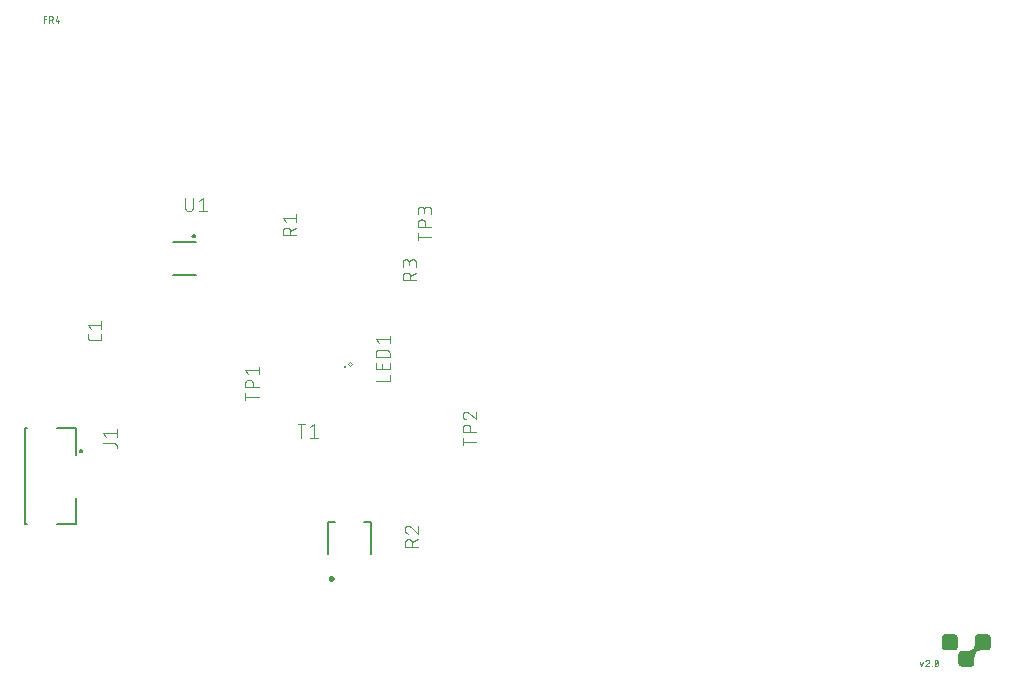
<source format=gbr>
G04 EAGLE Gerber RS-274X export*
G75*
%MOMM*%
%FSLAX34Y34*%
%LPD*%
%INSilkscreen Top*%
%IPPOS*%
%AMOC8*
5,1,8,0,0,1.08239X$1,22.5*%
G01*
%ADD10C,0.076200*%
%ADD11C,0.200000*%
%ADD12C,0.127000*%
%ADD13C,0.101600*%
%ADD14C,0.240000*%
%ADD15C,0.063400*%
%ADD16C,0.250000*%

G36*
X805511Y10135D02*
X805511Y10135D01*
X805540Y10133D01*
X806197Y10220D01*
X806233Y10233D01*
X806293Y10245D01*
X806906Y10499D01*
X806936Y10521D01*
X806991Y10549D01*
X807518Y10952D01*
X807542Y10982D01*
X807588Y11022D01*
X807991Y11549D01*
X808007Y11583D01*
X808041Y11635D01*
X808295Y12247D01*
X808301Y12285D01*
X808319Y12338D01*
X808319Y12339D01*
X808320Y12343D01*
X808407Y13000D01*
X808405Y13022D01*
X808410Y13050D01*
X808410Y18111D01*
X808527Y19294D01*
X808866Y20414D01*
X809418Y21446D01*
X810160Y22350D01*
X811064Y23092D01*
X812096Y23644D01*
X813216Y23983D01*
X814399Y24100D01*
X819460Y24100D01*
X819481Y24105D01*
X819510Y24103D01*
X820167Y24190D01*
X820203Y24203D01*
X820263Y24215D01*
X820876Y24469D01*
X820906Y24491D01*
X820961Y24519D01*
X821488Y24922D01*
X821512Y24952D01*
X821558Y24992D01*
X821961Y25519D01*
X821977Y25553D01*
X822011Y25605D01*
X822265Y26217D01*
X822271Y26255D01*
X822290Y26313D01*
X822377Y26970D01*
X822375Y26992D01*
X822380Y27020D01*
X822380Y34640D01*
X822375Y34661D01*
X822377Y34690D01*
X822290Y35347D01*
X822277Y35383D01*
X822265Y35443D01*
X822011Y36056D01*
X821989Y36086D01*
X821961Y36141D01*
X821558Y36668D01*
X821528Y36692D01*
X821488Y36738D01*
X820961Y37141D01*
X820927Y37157D01*
X820876Y37191D01*
X820263Y37445D01*
X820226Y37451D01*
X820167Y37470D01*
X819510Y37557D01*
X819488Y37555D01*
X819460Y37560D01*
X811840Y37560D01*
X811819Y37555D01*
X811790Y37557D01*
X811133Y37470D01*
X811097Y37457D01*
X811037Y37445D01*
X810425Y37191D01*
X810394Y37169D01*
X810339Y37141D01*
X809812Y36738D01*
X809788Y36708D01*
X809742Y36668D01*
X809339Y36141D01*
X809323Y36107D01*
X809289Y36056D01*
X809035Y35443D01*
X809029Y35406D01*
X809010Y35347D01*
X808923Y34690D01*
X808925Y34668D01*
X808920Y34640D01*
X808920Y29579D01*
X808803Y28396D01*
X808464Y27276D01*
X807912Y26244D01*
X807170Y25340D01*
X806266Y24598D01*
X805234Y24046D01*
X804114Y23707D01*
X802931Y23590D01*
X797870Y23590D01*
X797849Y23585D01*
X797820Y23587D01*
X797163Y23500D01*
X797127Y23487D01*
X797067Y23475D01*
X796455Y23221D01*
X796424Y23199D01*
X796369Y23171D01*
X795842Y22768D01*
X795818Y22738D01*
X795772Y22698D01*
X795369Y22171D01*
X795353Y22137D01*
X795319Y22086D01*
X795065Y21473D01*
X795059Y21436D01*
X795040Y21377D01*
X794953Y20720D01*
X794955Y20698D01*
X794950Y20670D01*
X794950Y13050D01*
X794955Y13029D01*
X794953Y13000D01*
X795040Y12343D01*
X795047Y12323D01*
X795047Y12311D01*
X795055Y12296D01*
X795065Y12247D01*
X795319Y11635D01*
X795341Y11604D01*
X795369Y11549D01*
X795772Y11022D01*
X795777Y11019D01*
X795777Y11018D01*
X795784Y11013D01*
X795802Y10998D01*
X795842Y10952D01*
X796369Y10549D01*
X796403Y10533D01*
X796455Y10499D01*
X797067Y10245D01*
X797105Y10239D01*
X797163Y10220D01*
X797820Y10133D01*
X797842Y10135D01*
X797870Y10130D01*
X805490Y10130D01*
X805511Y10135D01*
G37*
G36*
X791541Y24105D02*
X791541Y24105D01*
X791570Y24103D01*
X792227Y24190D01*
X792263Y24203D01*
X792323Y24215D01*
X792936Y24469D01*
X792966Y24491D01*
X793021Y24519D01*
X793548Y24922D01*
X793572Y24952D01*
X793618Y24992D01*
X794021Y25519D01*
X794037Y25553D01*
X794071Y25605D01*
X794325Y26217D01*
X794331Y26255D01*
X794349Y26307D01*
X794349Y26309D01*
X794350Y26313D01*
X794437Y26970D01*
X794435Y26992D01*
X794440Y27020D01*
X794440Y34640D01*
X794435Y34661D01*
X794437Y34690D01*
X794350Y35347D01*
X794337Y35383D01*
X794325Y35443D01*
X794071Y36056D01*
X794049Y36086D01*
X794021Y36141D01*
X793618Y36668D01*
X793588Y36692D01*
X793548Y36738D01*
X793021Y37141D01*
X792987Y37157D01*
X792936Y37191D01*
X792323Y37445D01*
X792286Y37451D01*
X792227Y37470D01*
X791570Y37557D01*
X791548Y37555D01*
X791520Y37560D01*
X783900Y37560D01*
X783879Y37555D01*
X783850Y37557D01*
X783193Y37470D01*
X783157Y37457D01*
X783097Y37445D01*
X782485Y37191D01*
X782454Y37169D01*
X782399Y37141D01*
X781872Y36738D01*
X781848Y36708D01*
X781802Y36668D01*
X781399Y36141D01*
X781383Y36107D01*
X781349Y36056D01*
X781095Y35443D01*
X781089Y35406D01*
X781070Y35347D01*
X780983Y34690D01*
X780985Y34668D01*
X780980Y34640D01*
X780980Y27020D01*
X780985Y26999D01*
X780983Y26970D01*
X781070Y26313D01*
X781077Y26293D01*
X781077Y26281D01*
X781085Y26266D01*
X781095Y26217D01*
X781349Y25605D01*
X781371Y25574D01*
X781399Y25519D01*
X781802Y24992D01*
X781807Y24989D01*
X781807Y24988D01*
X781814Y24983D01*
X781832Y24968D01*
X781872Y24922D01*
X782399Y24519D01*
X782433Y24503D01*
X782485Y24469D01*
X783097Y24215D01*
X783135Y24209D01*
X783193Y24190D01*
X783850Y24103D01*
X783872Y24105D01*
X783900Y24100D01*
X791520Y24100D01*
X791541Y24105D01*
G37*
D10*
X762381Y13937D02*
X763566Y10381D01*
X764752Y13937D01*
X768652Y15715D02*
X768724Y15713D01*
X768796Y15707D01*
X768868Y15697D01*
X768939Y15684D01*
X769009Y15666D01*
X769078Y15645D01*
X769146Y15620D01*
X769212Y15592D01*
X769277Y15560D01*
X769340Y15524D01*
X769401Y15485D01*
X769459Y15443D01*
X769516Y15398D01*
X769569Y15349D01*
X769620Y15298D01*
X769669Y15245D01*
X769714Y15188D01*
X769756Y15130D01*
X769795Y15069D01*
X769831Y15006D01*
X769863Y14941D01*
X769891Y14875D01*
X769916Y14807D01*
X769937Y14738D01*
X769955Y14668D01*
X769968Y14597D01*
X769978Y14525D01*
X769984Y14453D01*
X769986Y14381D01*
X768652Y15715D02*
X768572Y15713D01*
X768493Y15708D01*
X768413Y15698D01*
X768335Y15685D01*
X768257Y15669D01*
X768179Y15649D01*
X768103Y15625D01*
X768028Y15597D01*
X767955Y15567D01*
X767883Y15533D01*
X767812Y15495D01*
X767744Y15454D01*
X767677Y15410D01*
X767612Y15364D01*
X767550Y15314D01*
X767490Y15261D01*
X767433Y15205D01*
X767378Y15147D01*
X767326Y15087D01*
X767277Y15024D01*
X767231Y14959D01*
X767188Y14892D01*
X767148Y14823D01*
X767112Y14752D01*
X767078Y14679D01*
X767049Y14605D01*
X767022Y14530D01*
X769541Y13344D02*
X769592Y13395D01*
X769640Y13449D01*
X769686Y13505D01*
X769729Y13564D01*
X769769Y13624D01*
X769805Y13687D01*
X769839Y13751D01*
X769869Y13817D01*
X769896Y13884D01*
X769919Y13953D01*
X769939Y14022D01*
X769956Y14093D01*
X769969Y14164D01*
X769978Y14236D01*
X769983Y14309D01*
X769985Y14381D01*
X769541Y13344D02*
X767022Y10381D01*
X769986Y10381D01*
X772196Y10381D02*
X772196Y10677D01*
X772493Y10677D01*
X772493Y10381D01*
X772196Y10381D01*
X774703Y13048D02*
X774705Y13173D01*
X774710Y13297D01*
X774719Y13421D01*
X774731Y13545D01*
X774747Y13669D01*
X774766Y13792D01*
X774789Y13915D01*
X774816Y14037D01*
X774845Y14158D01*
X774878Y14278D01*
X774915Y14397D01*
X774955Y14515D01*
X774998Y14632D01*
X775045Y14747D01*
X775095Y14862D01*
X775148Y14974D01*
X775171Y15035D01*
X775197Y15094D01*
X775227Y15152D01*
X775260Y15207D01*
X775297Y15261D01*
X775336Y15312D01*
X775378Y15361D01*
X775424Y15407D01*
X775472Y15451D01*
X775522Y15492D01*
X775575Y15529D01*
X775629Y15564D01*
X775686Y15595D01*
X775745Y15623D01*
X775805Y15647D01*
X775866Y15668D01*
X775928Y15685D01*
X775992Y15698D01*
X776056Y15707D01*
X776120Y15713D01*
X776185Y15715D01*
X776250Y15713D01*
X776314Y15707D01*
X776378Y15698D01*
X776442Y15685D01*
X776504Y15668D01*
X776565Y15647D01*
X776625Y15623D01*
X776684Y15595D01*
X776741Y15564D01*
X776795Y15529D01*
X776848Y15492D01*
X776898Y15451D01*
X776946Y15407D01*
X776992Y15361D01*
X777034Y15312D01*
X777073Y15261D01*
X777110Y15207D01*
X777143Y15152D01*
X777173Y15094D01*
X777199Y15035D01*
X777222Y14974D01*
X777275Y14862D01*
X777325Y14747D01*
X777372Y14632D01*
X777415Y14515D01*
X777455Y14397D01*
X777492Y14278D01*
X777525Y14158D01*
X777554Y14037D01*
X777581Y13915D01*
X777604Y13792D01*
X777623Y13669D01*
X777639Y13545D01*
X777651Y13421D01*
X777660Y13297D01*
X777665Y13173D01*
X777667Y13048D01*
X774703Y13048D02*
X774705Y12923D01*
X774710Y12799D01*
X774719Y12675D01*
X774731Y12551D01*
X774747Y12427D01*
X774766Y12304D01*
X774789Y12181D01*
X774816Y12060D01*
X774845Y11939D01*
X774878Y11818D01*
X774915Y11699D01*
X774955Y11581D01*
X774998Y11464D01*
X775045Y11349D01*
X775095Y11234D01*
X775148Y11122D01*
X775171Y11061D01*
X775197Y11002D01*
X775227Y10944D01*
X775260Y10889D01*
X775297Y10835D01*
X775336Y10784D01*
X775378Y10735D01*
X775424Y10689D01*
X775472Y10645D01*
X775522Y10604D01*
X775575Y10567D01*
X775629Y10532D01*
X775686Y10501D01*
X775745Y10473D01*
X775805Y10449D01*
X775866Y10428D01*
X775928Y10411D01*
X775992Y10398D01*
X776056Y10389D01*
X776120Y10383D01*
X776185Y10381D01*
X777222Y11122D02*
X777275Y11234D01*
X777325Y11349D01*
X777372Y11464D01*
X777415Y11581D01*
X777455Y11699D01*
X777492Y11818D01*
X777525Y11939D01*
X777554Y12060D01*
X777581Y12181D01*
X777604Y12304D01*
X777623Y12427D01*
X777639Y12551D01*
X777651Y12675D01*
X777660Y12799D01*
X777665Y12923D01*
X777667Y13048D01*
X777222Y11122D02*
X777199Y11061D01*
X777173Y11002D01*
X777143Y10944D01*
X777110Y10889D01*
X777073Y10835D01*
X777034Y10784D01*
X776992Y10735D01*
X776946Y10689D01*
X776898Y10645D01*
X776848Y10604D01*
X776795Y10567D01*
X776741Y10532D01*
X776684Y10501D01*
X776625Y10473D01*
X776565Y10449D01*
X776504Y10428D01*
X776442Y10411D01*
X776378Y10398D01*
X776314Y10389D01*
X776250Y10383D01*
X776185Y10381D01*
X775000Y11566D02*
X777370Y14530D01*
X20381Y555333D02*
X20381Y560667D01*
X22752Y560667D01*
X22752Y558296D02*
X20381Y558296D01*
X25167Y560667D02*
X25167Y555333D01*
X25167Y560667D02*
X26649Y560667D01*
X26725Y560665D01*
X26801Y560659D01*
X26877Y560649D01*
X26952Y560636D01*
X27026Y560618D01*
X27100Y560597D01*
X27172Y560572D01*
X27242Y560543D01*
X27312Y560511D01*
X27379Y560475D01*
X27444Y560435D01*
X27508Y560393D01*
X27569Y560347D01*
X27627Y560298D01*
X27683Y560246D01*
X27737Y560192D01*
X27787Y560134D01*
X27834Y560075D01*
X27879Y560012D01*
X27920Y559948D01*
X27957Y559882D01*
X27991Y559813D01*
X28022Y559743D01*
X28049Y559672D01*
X28072Y559599D01*
X28091Y559525D01*
X28107Y559451D01*
X28119Y559375D01*
X28127Y559299D01*
X28131Y559223D01*
X28131Y559147D01*
X28127Y559071D01*
X28119Y558995D01*
X28107Y558919D01*
X28091Y558845D01*
X28072Y558771D01*
X28049Y558698D01*
X28022Y558627D01*
X27991Y558557D01*
X27957Y558488D01*
X27920Y558422D01*
X27879Y558358D01*
X27834Y558295D01*
X27787Y558236D01*
X27737Y558178D01*
X27683Y558124D01*
X27627Y558072D01*
X27569Y558023D01*
X27508Y557977D01*
X27444Y557935D01*
X27379Y557895D01*
X27312Y557859D01*
X27242Y557827D01*
X27172Y557798D01*
X27100Y557773D01*
X27026Y557752D01*
X26952Y557734D01*
X26877Y557721D01*
X26801Y557711D01*
X26725Y557705D01*
X26649Y557703D01*
X26649Y557704D02*
X25167Y557704D01*
X26945Y557704D02*
X28131Y555333D01*
X30608Y556518D02*
X31794Y560667D01*
X30608Y556518D02*
X33572Y556518D01*
X32683Y555333D02*
X32683Y557704D01*
D11*
X146398Y374735D02*
X146400Y374798D01*
X146406Y374860D01*
X146416Y374922D01*
X146429Y374984D01*
X146447Y375044D01*
X146468Y375103D01*
X146493Y375161D01*
X146522Y375217D01*
X146554Y375271D01*
X146589Y375323D01*
X146627Y375372D01*
X146669Y375420D01*
X146713Y375464D01*
X146761Y375506D01*
X146810Y375544D01*
X146862Y375579D01*
X146916Y375611D01*
X146972Y375640D01*
X147030Y375665D01*
X147089Y375686D01*
X147149Y375704D01*
X147211Y375717D01*
X147273Y375727D01*
X147335Y375733D01*
X147398Y375735D01*
X147461Y375733D01*
X147523Y375727D01*
X147585Y375717D01*
X147647Y375704D01*
X147707Y375686D01*
X147766Y375665D01*
X147824Y375640D01*
X147880Y375611D01*
X147934Y375579D01*
X147986Y375544D01*
X148035Y375506D01*
X148083Y375464D01*
X148127Y375420D01*
X148169Y375372D01*
X148207Y375323D01*
X148242Y375271D01*
X148274Y375217D01*
X148303Y375161D01*
X148328Y375103D01*
X148349Y375044D01*
X148367Y374984D01*
X148380Y374922D01*
X148390Y374860D01*
X148396Y374798D01*
X148398Y374735D01*
X148396Y374672D01*
X148390Y374610D01*
X148380Y374548D01*
X148367Y374486D01*
X148349Y374426D01*
X148328Y374367D01*
X148303Y374309D01*
X148274Y374253D01*
X148242Y374199D01*
X148207Y374147D01*
X148169Y374098D01*
X148127Y374050D01*
X148083Y374006D01*
X148035Y373964D01*
X147986Y373926D01*
X147934Y373891D01*
X147880Y373859D01*
X147824Y373830D01*
X147766Y373805D01*
X147707Y373784D01*
X147647Y373766D01*
X147585Y373753D01*
X147523Y373743D01*
X147461Y373737D01*
X147398Y373735D01*
X147335Y373737D01*
X147273Y373743D01*
X147211Y373753D01*
X147149Y373766D01*
X147089Y373784D01*
X147030Y373805D01*
X146972Y373830D01*
X146916Y373859D01*
X146862Y373891D01*
X146810Y373926D01*
X146761Y373964D01*
X146713Y374006D01*
X146669Y374050D01*
X146627Y374098D01*
X146589Y374147D01*
X146554Y374199D01*
X146522Y374253D01*
X146493Y374309D01*
X146468Y374367D01*
X146447Y374426D01*
X146429Y374486D01*
X146416Y374548D01*
X146406Y374610D01*
X146400Y374672D01*
X146398Y374735D01*
D12*
X149700Y369300D02*
X129700Y369300D01*
X129700Y341900D02*
X149700Y341900D01*
D13*
X140208Y398724D02*
X140208Y407162D01*
X140208Y398724D02*
X140210Y398611D01*
X140216Y398498D01*
X140226Y398385D01*
X140240Y398272D01*
X140257Y398160D01*
X140279Y398049D01*
X140304Y397939D01*
X140334Y397829D01*
X140367Y397721D01*
X140404Y397614D01*
X140444Y397508D01*
X140489Y397404D01*
X140537Y397301D01*
X140588Y397200D01*
X140643Y397101D01*
X140701Y397004D01*
X140763Y396909D01*
X140828Y396816D01*
X140896Y396726D01*
X140967Y396638D01*
X141042Y396552D01*
X141119Y396469D01*
X141199Y396389D01*
X141282Y396312D01*
X141368Y396237D01*
X141456Y396166D01*
X141546Y396098D01*
X141639Y396033D01*
X141734Y395971D01*
X141831Y395913D01*
X141930Y395858D01*
X142031Y395807D01*
X142134Y395759D01*
X142238Y395714D01*
X142344Y395674D01*
X142451Y395637D01*
X142559Y395604D01*
X142669Y395574D01*
X142779Y395549D01*
X142890Y395527D01*
X143002Y395510D01*
X143115Y395496D01*
X143228Y395486D01*
X143341Y395480D01*
X143454Y395478D01*
X143567Y395480D01*
X143680Y395486D01*
X143793Y395496D01*
X143906Y395510D01*
X144018Y395527D01*
X144129Y395549D01*
X144239Y395574D01*
X144349Y395604D01*
X144457Y395637D01*
X144564Y395674D01*
X144670Y395714D01*
X144774Y395759D01*
X144877Y395807D01*
X144978Y395858D01*
X145077Y395913D01*
X145174Y395971D01*
X145269Y396033D01*
X145362Y396098D01*
X145452Y396166D01*
X145540Y396237D01*
X145626Y396312D01*
X145709Y396389D01*
X145789Y396469D01*
X145866Y396552D01*
X145941Y396638D01*
X146012Y396726D01*
X146080Y396816D01*
X146145Y396909D01*
X146207Y397004D01*
X146265Y397101D01*
X146320Y397200D01*
X146371Y397301D01*
X146419Y397404D01*
X146464Y397508D01*
X146504Y397614D01*
X146541Y397721D01*
X146574Y397829D01*
X146604Y397939D01*
X146629Y398049D01*
X146651Y398160D01*
X146668Y398272D01*
X146682Y398385D01*
X146692Y398498D01*
X146698Y398611D01*
X146700Y398724D01*
X146699Y398724D02*
X146699Y407162D01*
X152019Y404566D02*
X155265Y407162D01*
X155265Y395478D01*
X158510Y395478D02*
X152019Y395478D01*
X222758Y375158D02*
X234442Y375158D01*
X222758Y375158D02*
X222758Y378404D01*
X222760Y378517D01*
X222766Y378630D01*
X222776Y378743D01*
X222790Y378856D01*
X222807Y378968D01*
X222829Y379079D01*
X222854Y379189D01*
X222884Y379299D01*
X222917Y379407D01*
X222954Y379514D01*
X222994Y379620D01*
X223039Y379724D01*
X223087Y379827D01*
X223138Y379928D01*
X223193Y380027D01*
X223251Y380124D01*
X223313Y380219D01*
X223378Y380312D01*
X223446Y380402D01*
X223517Y380490D01*
X223592Y380576D01*
X223669Y380659D01*
X223749Y380739D01*
X223832Y380816D01*
X223918Y380891D01*
X224006Y380962D01*
X224096Y381030D01*
X224189Y381095D01*
X224284Y381157D01*
X224381Y381215D01*
X224480Y381270D01*
X224581Y381321D01*
X224684Y381369D01*
X224788Y381414D01*
X224894Y381454D01*
X225001Y381491D01*
X225109Y381524D01*
X225219Y381554D01*
X225329Y381579D01*
X225440Y381601D01*
X225552Y381618D01*
X225665Y381632D01*
X225778Y381642D01*
X225891Y381648D01*
X226004Y381650D01*
X226117Y381648D01*
X226230Y381642D01*
X226343Y381632D01*
X226456Y381618D01*
X226568Y381601D01*
X226679Y381579D01*
X226789Y381554D01*
X226899Y381524D01*
X227007Y381491D01*
X227114Y381454D01*
X227220Y381414D01*
X227324Y381369D01*
X227427Y381321D01*
X227528Y381270D01*
X227627Y381215D01*
X227724Y381157D01*
X227819Y381095D01*
X227912Y381030D01*
X228002Y380962D01*
X228090Y380891D01*
X228176Y380816D01*
X228259Y380739D01*
X228339Y380659D01*
X228416Y380576D01*
X228491Y380490D01*
X228562Y380402D01*
X228630Y380312D01*
X228695Y380219D01*
X228757Y380124D01*
X228815Y380027D01*
X228870Y379928D01*
X228921Y379827D01*
X228969Y379724D01*
X229014Y379620D01*
X229054Y379514D01*
X229091Y379407D01*
X229124Y379299D01*
X229154Y379189D01*
X229179Y379079D01*
X229201Y378968D01*
X229218Y378856D01*
X229232Y378743D01*
X229242Y378630D01*
X229248Y378517D01*
X229250Y378404D01*
X229249Y378404D02*
X229249Y375158D01*
X229249Y379053D02*
X234442Y381649D01*
X225354Y386514D02*
X222758Y389760D01*
X234442Y389760D01*
X234442Y393005D02*
X234442Y386514D01*
X69342Y291451D02*
X69342Y288854D01*
X69340Y288755D01*
X69334Y288655D01*
X69325Y288556D01*
X69312Y288458D01*
X69295Y288360D01*
X69274Y288262D01*
X69249Y288166D01*
X69221Y288071D01*
X69189Y287977D01*
X69154Y287884D01*
X69115Y287792D01*
X69072Y287702D01*
X69027Y287614D01*
X68977Y287527D01*
X68925Y287443D01*
X68869Y287360D01*
X68811Y287280D01*
X68749Y287202D01*
X68684Y287127D01*
X68616Y287054D01*
X68546Y286984D01*
X68473Y286916D01*
X68398Y286851D01*
X68320Y286789D01*
X68240Y286731D01*
X68157Y286675D01*
X68073Y286623D01*
X67986Y286573D01*
X67898Y286528D01*
X67808Y286485D01*
X67716Y286446D01*
X67623Y286411D01*
X67529Y286379D01*
X67434Y286351D01*
X67338Y286326D01*
X67240Y286305D01*
X67142Y286288D01*
X67044Y286275D01*
X66945Y286266D01*
X66845Y286260D01*
X66746Y286258D01*
X60254Y286258D01*
X60155Y286260D01*
X60055Y286266D01*
X59956Y286275D01*
X59858Y286288D01*
X59760Y286306D01*
X59662Y286326D01*
X59566Y286351D01*
X59470Y286379D01*
X59376Y286411D01*
X59283Y286446D01*
X59192Y286485D01*
X59102Y286528D01*
X59013Y286573D01*
X58927Y286623D01*
X58842Y286675D01*
X58760Y286731D01*
X58680Y286790D01*
X58602Y286851D01*
X58526Y286916D01*
X58453Y286984D01*
X58383Y287054D01*
X58315Y287127D01*
X58250Y287203D01*
X58189Y287281D01*
X58130Y287361D01*
X58074Y287443D01*
X58022Y287528D01*
X57973Y287614D01*
X57927Y287703D01*
X57884Y287793D01*
X57845Y287884D01*
X57810Y287977D01*
X57778Y288071D01*
X57750Y288167D01*
X57725Y288263D01*
X57705Y288361D01*
X57687Y288459D01*
X57674Y288557D01*
X57665Y288656D01*
X57659Y288755D01*
X57657Y288855D01*
X57658Y288854D02*
X57658Y291451D01*
X60254Y295816D02*
X57658Y299062D01*
X69342Y299062D01*
X69342Y302307D02*
X69342Y295816D01*
D12*
X261400Y132300D02*
X261400Y105800D01*
X261400Y132300D02*
X267400Y132300D01*
X297400Y132300D02*
X297400Y105800D01*
X297400Y132300D02*
X291400Y132300D01*
D14*
X262620Y84843D02*
X262622Y84912D01*
X262628Y84981D01*
X262638Y85049D01*
X262652Y85117D01*
X262669Y85184D01*
X262691Y85250D01*
X262716Y85314D01*
X262745Y85377D01*
X262778Y85438D01*
X262814Y85497D01*
X262853Y85554D01*
X262896Y85608D01*
X262941Y85660D01*
X262990Y85710D01*
X263041Y85756D01*
X263095Y85799D01*
X263152Y85840D01*
X263210Y85876D01*
X263271Y85910D01*
X263333Y85940D01*
X263397Y85966D01*
X263462Y85988D01*
X263529Y86007D01*
X263597Y86022D01*
X263665Y86033D01*
X263734Y86040D01*
X263803Y86043D01*
X263872Y86042D01*
X263941Y86037D01*
X264009Y86028D01*
X264077Y86015D01*
X264144Y85998D01*
X264211Y85978D01*
X264275Y85953D01*
X264338Y85925D01*
X264400Y85894D01*
X264459Y85858D01*
X264517Y85820D01*
X264572Y85778D01*
X264625Y85733D01*
X264675Y85685D01*
X264722Y85635D01*
X264766Y85581D01*
X264807Y85526D01*
X264845Y85468D01*
X264879Y85408D01*
X264910Y85346D01*
X264937Y85282D01*
X264960Y85217D01*
X264980Y85151D01*
X264996Y85083D01*
X265008Y85015D01*
X265016Y84947D01*
X265020Y84878D01*
X265020Y84808D01*
X265016Y84739D01*
X265008Y84671D01*
X264996Y84603D01*
X264980Y84535D01*
X264960Y84469D01*
X264937Y84404D01*
X264910Y84340D01*
X264879Y84278D01*
X264845Y84218D01*
X264807Y84160D01*
X264766Y84105D01*
X264722Y84051D01*
X264675Y84001D01*
X264625Y83953D01*
X264572Y83908D01*
X264517Y83866D01*
X264459Y83828D01*
X264400Y83792D01*
X264338Y83761D01*
X264275Y83733D01*
X264211Y83708D01*
X264144Y83688D01*
X264077Y83671D01*
X264009Y83658D01*
X263941Y83649D01*
X263872Y83644D01*
X263803Y83643D01*
X263734Y83646D01*
X263665Y83653D01*
X263597Y83664D01*
X263529Y83679D01*
X263462Y83698D01*
X263397Y83720D01*
X263333Y83746D01*
X263271Y83776D01*
X263210Y83810D01*
X263152Y83846D01*
X263095Y83887D01*
X263041Y83930D01*
X262990Y83976D01*
X262941Y84026D01*
X262896Y84078D01*
X262853Y84132D01*
X262814Y84189D01*
X262778Y84248D01*
X262745Y84309D01*
X262716Y84372D01*
X262691Y84436D01*
X262669Y84502D01*
X262652Y84569D01*
X262638Y84637D01*
X262628Y84705D01*
X262622Y84774D01*
X262620Y84843D01*
D13*
X326022Y111396D02*
X337708Y111396D01*
X326022Y111396D02*
X326022Y114642D01*
X326024Y114755D01*
X326030Y114868D01*
X326040Y114981D01*
X326054Y115094D01*
X326071Y115206D01*
X326093Y115317D01*
X326118Y115427D01*
X326148Y115537D01*
X326181Y115645D01*
X326218Y115752D01*
X326258Y115858D01*
X326303Y115962D01*
X326351Y116065D01*
X326402Y116166D01*
X326457Y116265D01*
X326515Y116362D01*
X326577Y116457D01*
X326642Y116550D01*
X326710Y116640D01*
X326781Y116728D01*
X326856Y116814D01*
X326933Y116897D01*
X327013Y116977D01*
X327096Y117054D01*
X327182Y117129D01*
X327270Y117200D01*
X327360Y117268D01*
X327453Y117333D01*
X327548Y117395D01*
X327645Y117453D01*
X327744Y117508D01*
X327845Y117559D01*
X327948Y117607D01*
X328052Y117652D01*
X328158Y117692D01*
X328265Y117729D01*
X328373Y117762D01*
X328483Y117792D01*
X328593Y117817D01*
X328704Y117839D01*
X328816Y117856D01*
X328929Y117870D01*
X329042Y117880D01*
X329155Y117886D01*
X329268Y117888D01*
X329381Y117886D01*
X329494Y117880D01*
X329607Y117870D01*
X329720Y117856D01*
X329832Y117839D01*
X329943Y117817D01*
X330053Y117792D01*
X330163Y117762D01*
X330271Y117729D01*
X330378Y117692D01*
X330484Y117652D01*
X330588Y117607D01*
X330691Y117559D01*
X330792Y117508D01*
X330891Y117453D01*
X330988Y117395D01*
X331083Y117333D01*
X331176Y117268D01*
X331266Y117200D01*
X331354Y117129D01*
X331440Y117054D01*
X331523Y116977D01*
X331603Y116897D01*
X331680Y116814D01*
X331755Y116728D01*
X331826Y116640D01*
X331894Y116550D01*
X331959Y116457D01*
X332021Y116362D01*
X332079Y116265D01*
X332134Y116166D01*
X332185Y116065D01*
X332233Y115962D01*
X332278Y115858D01*
X332318Y115752D01*
X332355Y115645D01*
X332388Y115537D01*
X332418Y115427D01*
X332443Y115317D01*
X332465Y115206D01*
X332482Y115094D01*
X332496Y114981D01*
X332506Y114868D01*
X332512Y114755D01*
X332514Y114642D01*
X332515Y114642D02*
X332515Y111396D01*
X332515Y115291D02*
X337708Y117888D01*
X328944Y129247D02*
X328837Y129245D01*
X328731Y129239D01*
X328624Y129229D01*
X328519Y129216D01*
X328413Y129198D01*
X328309Y129177D01*
X328205Y129152D01*
X328102Y129123D01*
X328001Y129091D01*
X327900Y129054D01*
X327801Y129014D01*
X327704Y128971D01*
X327608Y128924D01*
X327514Y128873D01*
X327422Y128819D01*
X327332Y128762D01*
X327244Y128701D01*
X327158Y128638D01*
X327075Y128571D01*
X326994Y128501D01*
X326916Y128429D01*
X326840Y128353D01*
X326768Y128275D01*
X326698Y128194D01*
X326631Y128111D01*
X326568Y128025D01*
X326507Y127937D01*
X326450Y127847D01*
X326396Y127755D01*
X326345Y127661D01*
X326298Y127565D01*
X326255Y127468D01*
X326215Y127369D01*
X326179Y127269D01*
X326146Y127167D01*
X326117Y127064D01*
X326092Y126960D01*
X326071Y126856D01*
X326053Y126751D01*
X326040Y126645D01*
X326030Y126538D01*
X326024Y126432D01*
X326022Y126325D01*
X326023Y126325D02*
X326025Y126204D01*
X326031Y126083D01*
X326041Y125963D01*
X326054Y125842D01*
X326072Y125723D01*
X326093Y125603D01*
X326118Y125485D01*
X326147Y125368D01*
X326180Y125251D01*
X326216Y125136D01*
X326257Y125022D01*
X326300Y124909D01*
X326348Y124797D01*
X326399Y124688D01*
X326454Y124580D01*
X326512Y124473D01*
X326573Y124369D01*
X326638Y124267D01*
X326706Y124167D01*
X326777Y124069D01*
X326851Y123973D01*
X326928Y123880D01*
X327009Y123790D01*
X327092Y123702D01*
X327178Y123617D01*
X327267Y123534D01*
X327358Y123455D01*
X327452Y123378D01*
X327548Y123305D01*
X327646Y123235D01*
X327747Y123168D01*
X327850Y123104D01*
X327955Y123043D01*
X328062Y122986D01*
X328170Y122933D01*
X328280Y122883D01*
X328392Y122836D01*
X328505Y122794D01*
X328620Y122755D01*
X331216Y128272D02*
X331139Y128351D01*
X331058Y128427D01*
X330976Y128500D01*
X330890Y128570D01*
X330802Y128637D01*
X330712Y128701D01*
X330620Y128761D01*
X330525Y128818D01*
X330429Y128872D01*
X330331Y128923D01*
X330231Y128970D01*
X330129Y129014D01*
X330026Y129054D01*
X329922Y129090D01*
X329816Y129122D01*
X329710Y129151D01*
X329602Y129176D01*
X329494Y129198D01*
X329384Y129215D01*
X329275Y129229D01*
X329165Y129238D01*
X329054Y129244D01*
X328944Y129246D01*
X331216Y128273D02*
X337708Y122754D01*
X337708Y129246D01*
X238704Y203708D02*
X238704Y215392D01*
X241949Y215392D02*
X235458Y215392D01*
X246126Y212796D02*
X249372Y215392D01*
X249372Y203708D01*
X252617Y203708D02*
X246126Y203708D01*
D15*
X279650Y264950D02*
X277900Y266700D01*
X279400Y268200D01*
X281150Y266450D01*
X279650Y264950D01*
D16*
X275400Y263950D03*
D13*
X301658Y252208D02*
X313342Y252208D01*
X313342Y257401D01*
X313342Y262114D02*
X313342Y267307D01*
X313342Y262114D02*
X301658Y262114D01*
X301658Y267307D01*
X306851Y266009D02*
X306851Y262114D01*
X301658Y271997D02*
X313342Y271997D01*
X301658Y271997D02*
X301658Y275243D01*
X301660Y275356D01*
X301666Y275469D01*
X301676Y275582D01*
X301690Y275695D01*
X301707Y275807D01*
X301729Y275918D01*
X301754Y276028D01*
X301784Y276138D01*
X301817Y276246D01*
X301854Y276353D01*
X301894Y276459D01*
X301939Y276563D01*
X301987Y276666D01*
X302038Y276767D01*
X302093Y276866D01*
X302151Y276963D01*
X302213Y277058D01*
X302278Y277151D01*
X302346Y277241D01*
X302417Y277329D01*
X302492Y277415D01*
X302569Y277498D01*
X302649Y277578D01*
X302732Y277655D01*
X302818Y277730D01*
X302906Y277801D01*
X302996Y277869D01*
X303089Y277934D01*
X303184Y277996D01*
X303281Y278054D01*
X303380Y278109D01*
X303481Y278160D01*
X303584Y278208D01*
X303688Y278253D01*
X303794Y278293D01*
X303901Y278330D01*
X304009Y278363D01*
X304119Y278393D01*
X304229Y278418D01*
X304340Y278440D01*
X304452Y278457D01*
X304565Y278471D01*
X304678Y278481D01*
X304791Y278487D01*
X304904Y278489D01*
X310096Y278489D01*
X310209Y278487D01*
X310322Y278481D01*
X310435Y278471D01*
X310548Y278457D01*
X310660Y278440D01*
X310771Y278418D01*
X310881Y278393D01*
X310991Y278363D01*
X311099Y278330D01*
X311206Y278293D01*
X311312Y278253D01*
X311416Y278208D01*
X311519Y278160D01*
X311620Y278109D01*
X311719Y278054D01*
X311816Y277996D01*
X311911Y277934D01*
X312004Y277869D01*
X312094Y277801D01*
X312182Y277730D01*
X312268Y277655D01*
X312351Y277578D01*
X312431Y277498D01*
X312508Y277415D01*
X312583Y277329D01*
X312654Y277241D01*
X312722Y277151D01*
X312787Y277058D01*
X312849Y276963D01*
X312907Y276866D01*
X312962Y276767D01*
X313013Y276666D01*
X313061Y276563D01*
X313106Y276459D01*
X313146Y276353D01*
X313183Y276246D01*
X313216Y276138D01*
X313246Y276028D01*
X313271Y275918D01*
X313293Y275807D01*
X313310Y275695D01*
X313324Y275582D01*
X313334Y275469D01*
X313340Y275356D01*
X313342Y275243D01*
X313342Y271997D01*
X304254Y283808D02*
X301658Y287054D01*
X313342Y287054D01*
X313342Y290299D02*
X313342Y283808D01*
X324358Y337058D02*
X336042Y337058D01*
X324358Y337058D02*
X324358Y340304D01*
X324360Y340417D01*
X324366Y340530D01*
X324376Y340643D01*
X324390Y340756D01*
X324407Y340868D01*
X324429Y340979D01*
X324454Y341089D01*
X324484Y341199D01*
X324517Y341307D01*
X324554Y341414D01*
X324594Y341520D01*
X324639Y341624D01*
X324687Y341727D01*
X324738Y341828D01*
X324793Y341927D01*
X324851Y342024D01*
X324913Y342119D01*
X324978Y342212D01*
X325046Y342302D01*
X325117Y342390D01*
X325192Y342476D01*
X325269Y342559D01*
X325349Y342639D01*
X325432Y342716D01*
X325518Y342791D01*
X325606Y342862D01*
X325696Y342930D01*
X325789Y342995D01*
X325884Y343057D01*
X325981Y343115D01*
X326080Y343170D01*
X326181Y343221D01*
X326284Y343269D01*
X326388Y343314D01*
X326494Y343354D01*
X326601Y343391D01*
X326709Y343424D01*
X326819Y343454D01*
X326929Y343479D01*
X327040Y343501D01*
X327152Y343518D01*
X327265Y343532D01*
X327378Y343542D01*
X327491Y343548D01*
X327604Y343550D01*
X327717Y343548D01*
X327830Y343542D01*
X327943Y343532D01*
X328056Y343518D01*
X328168Y343501D01*
X328279Y343479D01*
X328389Y343454D01*
X328499Y343424D01*
X328607Y343391D01*
X328714Y343354D01*
X328820Y343314D01*
X328924Y343269D01*
X329027Y343221D01*
X329128Y343170D01*
X329227Y343115D01*
X329324Y343057D01*
X329419Y342995D01*
X329512Y342930D01*
X329602Y342862D01*
X329690Y342791D01*
X329776Y342716D01*
X329859Y342639D01*
X329939Y342559D01*
X330016Y342476D01*
X330091Y342390D01*
X330162Y342302D01*
X330230Y342212D01*
X330295Y342119D01*
X330357Y342024D01*
X330415Y341927D01*
X330470Y341828D01*
X330521Y341727D01*
X330569Y341624D01*
X330614Y341520D01*
X330654Y341414D01*
X330691Y341307D01*
X330724Y341199D01*
X330754Y341089D01*
X330779Y340979D01*
X330801Y340868D01*
X330818Y340756D01*
X330832Y340643D01*
X330842Y340530D01*
X330848Y340417D01*
X330850Y340304D01*
X330849Y340304D02*
X330849Y337058D01*
X330849Y340953D02*
X336042Y343549D01*
X336042Y348414D02*
X336042Y351660D01*
X336040Y351773D01*
X336034Y351886D01*
X336024Y351999D01*
X336010Y352112D01*
X335993Y352224D01*
X335971Y352335D01*
X335946Y352445D01*
X335916Y352555D01*
X335883Y352663D01*
X335846Y352770D01*
X335806Y352876D01*
X335761Y352980D01*
X335713Y353083D01*
X335662Y353184D01*
X335607Y353283D01*
X335549Y353380D01*
X335487Y353475D01*
X335422Y353568D01*
X335354Y353658D01*
X335283Y353746D01*
X335208Y353832D01*
X335131Y353915D01*
X335051Y353995D01*
X334968Y354072D01*
X334882Y354147D01*
X334794Y354218D01*
X334704Y354286D01*
X334611Y354351D01*
X334516Y354413D01*
X334419Y354471D01*
X334320Y354526D01*
X334219Y354577D01*
X334116Y354625D01*
X334012Y354670D01*
X333906Y354710D01*
X333799Y354747D01*
X333691Y354780D01*
X333581Y354810D01*
X333471Y354835D01*
X333360Y354857D01*
X333248Y354874D01*
X333135Y354888D01*
X333022Y354898D01*
X332909Y354904D01*
X332796Y354906D01*
X332683Y354904D01*
X332570Y354898D01*
X332457Y354888D01*
X332344Y354874D01*
X332232Y354857D01*
X332121Y354835D01*
X332011Y354810D01*
X331901Y354780D01*
X331793Y354747D01*
X331686Y354710D01*
X331580Y354670D01*
X331476Y354625D01*
X331373Y354577D01*
X331272Y354526D01*
X331173Y354471D01*
X331076Y354413D01*
X330981Y354351D01*
X330888Y354286D01*
X330798Y354218D01*
X330710Y354147D01*
X330624Y354072D01*
X330541Y353995D01*
X330461Y353915D01*
X330384Y353832D01*
X330309Y353746D01*
X330238Y353658D01*
X330170Y353568D01*
X330105Y353475D01*
X330043Y353380D01*
X329985Y353283D01*
X329930Y353184D01*
X329879Y353083D01*
X329831Y352980D01*
X329786Y352876D01*
X329746Y352770D01*
X329709Y352663D01*
X329676Y352555D01*
X329646Y352445D01*
X329621Y352335D01*
X329599Y352224D01*
X329582Y352112D01*
X329568Y351999D01*
X329558Y351886D01*
X329552Y351773D01*
X329550Y351660D01*
X324358Y352309D02*
X324358Y348414D01*
X324358Y352309D02*
X324360Y352410D01*
X324366Y352510D01*
X324376Y352610D01*
X324389Y352710D01*
X324407Y352809D01*
X324428Y352908D01*
X324453Y353005D01*
X324482Y353102D01*
X324515Y353197D01*
X324551Y353291D01*
X324591Y353383D01*
X324634Y353474D01*
X324681Y353563D01*
X324731Y353650D01*
X324785Y353736D01*
X324842Y353819D01*
X324902Y353899D01*
X324965Y353978D01*
X325032Y354054D01*
X325101Y354127D01*
X325173Y354197D01*
X325247Y354265D01*
X325324Y354330D01*
X325404Y354391D01*
X325486Y354450D01*
X325570Y354505D01*
X325656Y354557D01*
X325744Y354606D01*
X325834Y354651D01*
X325926Y354693D01*
X326019Y354731D01*
X326114Y354765D01*
X326209Y354796D01*
X326306Y354823D01*
X326404Y354846D01*
X326503Y354866D01*
X326603Y354881D01*
X326703Y354893D01*
X326803Y354901D01*
X326904Y354905D01*
X327004Y354905D01*
X327105Y354901D01*
X327205Y354893D01*
X327305Y354881D01*
X327405Y354866D01*
X327504Y354846D01*
X327602Y354823D01*
X327699Y354796D01*
X327794Y354765D01*
X327889Y354731D01*
X327982Y354693D01*
X328074Y354651D01*
X328164Y354606D01*
X328252Y354557D01*
X328338Y354505D01*
X328422Y354450D01*
X328504Y354391D01*
X328584Y354330D01*
X328661Y354265D01*
X328735Y354197D01*
X328807Y354127D01*
X328876Y354054D01*
X328943Y353978D01*
X329006Y353899D01*
X329066Y353819D01*
X329123Y353736D01*
X329177Y353650D01*
X329227Y353563D01*
X329274Y353474D01*
X329317Y353383D01*
X329357Y353291D01*
X329393Y353197D01*
X329426Y353102D01*
X329455Y353005D01*
X329480Y352908D01*
X329501Y352809D01*
X329519Y352710D01*
X329532Y352610D01*
X329542Y352510D01*
X329548Y352410D01*
X329550Y352309D01*
X329551Y352309D02*
X329551Y349713D01*
D12*
X6350Y211950D02*
X4550Y211950D01*
X4550Y130950D01*
X6350Y130950D01*
X31750Y211950D02*
X47550Y211950D01*
X47550Y189650D01*
X47550Y153250D02*
X47550Y130950D01*
X31750Y130950D01*
D11*
X51050Y192450D02*
X51052Y192513D01*
X51058Y192575D01*
X51068Y192637D01*
X51081Y192699D01*
X51099Y192759D01*
X51120Y192818D01*
X51145Y192876D01*
X51174Y192932D01*
X51206Y192986D01*
X51241Y193038D01*
X51279Y193087D01*
X51321Y193135D01*
X51365Y193179D01*
X51413Y193221D01*
X51462Y193259D01*
X51514Y193294D01*
X51568Y193326D01*
X51624Y193355D01*
X51682Y193380D01*
X51741Y193401D01*
X51801Y193419D01*
X51863Y193432D01*
X51925Y193442D01*
X51987Y193448D01*
X52050Y193450D01*
X52113Y193448D01*
X52175Y193442D01*
X52237Y193432D01*
X52299Y193419D01*
X52359Y193401D01*
X52418Y193380D01*
X52476Y193355D01*
X52532Y193326D01*
X52586Y193294D01*
X52638Y193259D01*
X52687Y193221D01*
X52735Y193179D01*
X52779Y193135D01*
X52821Y193087D01*
X52859Y193038D01*
X52894Y192986D01*
X52926Y192932D01*
X52955Y192876D01*
X52980Y192818D01*
X53001Y192759D01*
X53019Y192699D01*
X53032Y192637D01*
X53042Y192575D01*
X53048Y192513D01*
X53050Y192450D01*
X53048Y192387D01*
X53042Y192325D01*
X53032Y192263D01*
X53019Y192201D01*
X53001Y192141D01*
X52980Y192082D01*
X52955Y192024D01*
X52926Y191968D01*
X52894Y191914D01*
X52859Y191862D01*
X52821Y191813D01*
X52779Y191765D01*
X52735Y191721D01*
X52687Y191679D01*
X52638Y191641D01*
X52586Y191606D01*
X52532Y191574D01*
X52476Y191545D01*
X52418Y191520D01*
X52359Y191499D01*
X52299Y191481D01*
X52237Y191468D01*
X52175Y191458D01*
X52113Y191452D01*
X52050Y191450D01*
X51987Y191452D01*
X51925Y191458D01*
X51863Y191468D01*
X51801Y191481D01*
X51741Y191499D01*
X51682Y191520D01*
X51624Y191545D01*
X51568Y191574D01*
X51514Y191606D01*
X51462Y191641D01*
X51413Y191679D01*
X51365Y191721D01*
X51321Y191765D01*
X51279Y191813D01*
X51241Y191862D01*
X51206Y191914D01*
X51174Y191968D01*
X51145Y192024D01*
X51120Y192082D01*
X51099Y192141D01*
X51081Y192201D01*
X51068Y192263D01*
X51058Y192325D01*
X51052Y192387D01*
X51050Y192450D01*
D13*
X70558Y199178D02*
X79646Y199178D01*
X79646Y199177D02*
X79745Y199175D01*
X79845Y199169D01*
X79944Y199160D01*
X80042Y199147D01*
X80140Y199130D01*
X80238Y199109D01*
X80334Y199084D01*
X80429Y199056D01*
X80523Y199024D01*
X80616Y198989D01*
X80708Y198950D01*
X80798Y198907D01*
X80886Y198862D01*
X80973Y198812D01*
X81057Y198760D01*
X81140Y198704D01*
X81220Y198646D01*
X81298Y198584D01*
X81373Y198519D01*
X81446Y198451D01*
X81516Y198381D01*
X81584Y198308D01*
X81649Y198233D01*
X81711Y198155D01*
X81769Y198075D01*
X81825Y197992D01*
X81877Y197908D01*
X81927Y197821D01*
X81972Y197733D01*
X82015Y197643D01*
X82054Y197551D01*
X82089Y197458D01*
X82121Y197364D01*
X82149Y197269D01*
X82174Y197173D01*
X82195Y197075D01*
X82212Y196977D01*
X82225Y196879D01*
X82234Y196780D01*
X82240Y196680D01*
X82242Y196581D01*
X82242Y195283D01*
X73154Y204451D02*
X70558Y207696D01*
X82242Y207696D01*
X82242Y204451D02*
X82242Y210942D01*
X191008Y238704D02*
X202692Y238704D01*
X191008Y235458D02*
X191008Y241949D01*
X191008Y246676D02*
X202692Y246676D01*
X191008Y246676D02*
X191008Y249922D01*
X191010Y250035D01*
X191016Y250148D01*
X191026Y250261D01*
X191040Y250374D01*
X191057Y250486D01*
X191079Y250597D01*
X191104Y250707D01*
X191134Y250817D01*
X191167Y250925D01*
X191204Y251032D01*
X191244Y251138D01*
X191289Y251242D01*
X191337Y251345D01*
X191388Y251446D01*
X191443Y251545D01*
X191501Y251642D01*
X191563Y251737D01*
X191628Y251830D01*
X191696Y251920D01*
X191767Y252008D01*
X191842Y252094D01*
X191919Y252177D01*
X191999Y252257D01*
X192082Y252334D01*
X192168Y252409D01*
X192256Y252480D01*
X192346Y252548D01*
X192439Y252613D01*
X192534Y252675D01*
X192631Y252733D01*
X192730Y252788D01*
X192831Y252839D01*
X192934Y252887D01*
X193038Y252932D01*
X193144Y252972D01*
X193251Y253009D01*
X193359Y253042D01*
X193469Y253072D01*
X193579Y253097D01*
X193690Y253119D01*
X193802Y253136D01*
X193915Y253150D01*
X194028Y253160D01*
X194141Y253166D01*
X194254Y253168D01*
X194367Y253166D01*
X194480Y253160D01*
X194593Y253150D01*
X194706Y253136D01*
X194818Y253119D01*
X194929Y253097D01*
X195039Y253072D01*
X195149Y253042D01*
X195257Y253009D01*
X195364Y252972D01*
X195470Y252932D01*
X195574Y252887D01*
X195677Y252839D01*
X195778Y252788D01*
X195877Y252733D01*
X195974Y252675D01*
X196069Y252613D01*
X196162Y252548D01*
X196252Y252480D01*
X196340Y252409D01*
X196426Y252334D01*
X196509Y252257D01*
X196589Y252177D01*
X196666Y252094D01*
X196741Y252008D01*
X196812Y251920D01*
X196880Y251830D01*
X196945Y251737D01*
X197007Y251642D01*
X197065Y251545D01*
X197120Y251446D01*
X197171Y251345D01*
X197219Y251242D01*
X197264Y251138D01*
X197304Y251032D01*
X197341Y250925D01*
X197374Y250817D01*
X197404Y250707D01*
X197429Y250597D01*
X197451Y250486D01*
X197468Y250374D01*
X197482Y250261D01*
X197492Y250148D01*
X197498Y250035D01*
X197500Y249922D01*
X197499Y249922D02*
X197499Y246676D01*
X193604Y257556D02*
X191008Y260801D01*
X202692Y260801D01*
X202692Y257556D02*
X202692Y264047D01*
X375158Y200604D02*
X386842Y200604D01*
X375158Y197358D02*
X375158Y203849D01*
X375158Y208576D02*
X386842Y208576D01*
X375158Y208576D02*
X375158Y211822D01*
X375160Y211935D01*
X375166Y212048D01*
X375176Y212161D01*
X375190Y212274D01*
X375207Y212386D01*
X375229Y212497D01*
X375254Y212607D01*
X375284Y212717D01*
X375317Y212825D01*
X375354Y212932D01*
X375394Y213038D01*
X375439Y213142D01*
X375487Y213245D01*
X375538Y213346D01*
X375593Y213445D01*
X375651Y213542D01*
X375713Y213637D01*
X375778Y213730D01*
X375846Y213820D01*
X375917Y213908D01*
X375992Y213994D01*
X376069Y214077D01*
X376149Y214157D01*
X376232Y214234D01*
X376318Y214309D01*
X376406Y214380D01*
X376496Y214448D01*
X376589Y214513D01*
X376684Y214575D01*
X376781Y214633D01*
X376880Y214688D01*
X376981Y214739D01*
X377084Y214787D01*
X377188Y214832D01*
X377294Y214872D01*
X377401Y214909D01*
X377509Y214942D01*
X377619Y214972D01*
X377729Y214997D01*
X377840Y215019D01*
X377952Y215036D01*
X378065Y215050D01*
X378178Y215060D01*
X378291Y215066D01*
X378404Y215068D01*
X378517Y215066D01*
X378630Y215060D01*
X378743Y215050D01*
X378856Y215036D01*
X378968Y215019D01*
X379079Y214997D01*
X379189Y214972D01*
X379299Y214942D01*
X379407Y214909D01*
X379514Y214872D01*
X379620Y214832D01*
X379724Y214787D01*
X379827Y214739D01*
X379928Y214688D01*
X380027Y214633D01*
X380124Y214575D01*
X380219Y214513D01*
X380312Y214448D01*
X380402Y214380D01*
X380490Y214309D01*
X380576Y214234D01*
X380659Y214157D01*
X380739Y214077D01*
X380816Y213994D01*
X380891Y213908D01*
X380962Y213820D01*
X381030Y213730D01*
X381095Y213637D01*
X381157Y213542D01*
X381215Y213445D01*
X381270Y213346D01*
X381321Y213245D01*
X381369Y213142D01*
X381414Y213038D01*
X381454Y212932D01*
X381491Y212825D01*
X381524Y212717D01*
X381554Y212607D01*
X381579Y212497D01*
X381601Y212386D01*
X381618Y212274D01*
X381632Y212161D01*
X381642Y212048D01*
X381648Y211935D01*
X381650Y211822D01*
X381649Y211822D02*
X381649Y208576D01*
X375158Y223026D02*
X375160Y223133D01*
X375166Y223239D01*
X375176Y223345D01*
X375189Y223451D01*
X375207Y223557D01*
X375228Y223661D01*
X375253Y223765D01*
X375282Y223868D01*
X375314Y223969D01*
X375351Y224069D01*
X375391Y224168D01*
X375434Y224266D01*
X375481Y224362D01*
X375532Y224456D01*
X375586Y224548D01*
X375643Y224638D01*
X375703Y224726D01*
X375767Y224811D01*
X375834Y224894D01*
X375904Y224975D01*
X375976Y225053D01*
X376052Y225129D01*
X376130Y225201D01*
X376211Y225271D01*
X376294Y225338D01*
X376379Y225402D01*
X376467Y225462D01*
X376557Y225519D01*
X376649Y225573D01*
X376743Y225624D01*
X376839Y225671D01*
X376937Y225714D01*
X377036Y225754D01*
X377136Y225791D01*
X377237Y225823D01*
X377340Y225852D01*
X377444Y225877D01*
X377548Y225898D01*
X377654Y225916D01*
X377760Y225929D01*
X377866Y225939D01*
X377972Y225945D01*
X378079Y225947D01*
X375158Y223026D02*
X375160Y222905D01*
X375166Y222784D01*
X375176Y222664D01*
X375189Y222543D01*
X375207Y222424D01*
X375228Y222304D01*
X375253Y222186D01*
X375282Y222069D01*
X375315Y221952D01*
X375351Y221837D01*
X375392Y221723D01*
X375435Y221610D01*
X375483Y221498D01*
X375534Y221389D01*
X375589Y221281D01*
X375647Y221174D01*
X375708Y221070D01*
X375773Y220968D01*
X375841Y220868D01*
X375912Y220770D01*
X375986Y220674D01*
X376063Y220581D01*
X376144Y220491D01*
X376227Y220403D01*
X376313Y220318D01*
X376402Y220235D01*
X376493Y220156D01*
X376587Y220079D01*
X376683Y220006D01*
X376781Y219936D01*
X376882Y219869D01*
X376985Y219805D01*
X377090Y219745D01*
X377197Y219687D01*
X377305Y219634D01*
X377415Y219584D01*
X377527Y219538D01*
X377640Y219495D01*
X377755Y219456D01*
X380351Y224973D02*
X380273Y225052D01*
X380193Y225128D01*
X380110Y225201D01*
X380024Y225271D01*
X379937Y225338D01*
X379846Y225402D01*
X379754Y225462D01*
X379660Y225520D01*
X379563Y225574D01*
X379465Y225624D01*
X379365Y225671D01*
X379264Y225715D01*
X379161Y225755D01*
X379056Y225791D01*
X378951Y225823D01*
X378844Y225852D01*
X378737Y225877D01*
X378628Y225899D01*
X378519Y225916D01*
X378410Y225930D01*
X378300Y225939D01*
X378189Y225945D01*
X378079Y225947D01*
X380351Y224973D02*
X386842Y219456D01*
X386842Y225947D01*
X348742Y374199D02*
X337058Y374199D01*
X337058Y377444D02*
X337058Y370953D01*
X337058Y382171D02*
X348742Y382171D01*
X337058Y382171D02*
X337058Y385417D01*
X337060Y385530D01*
X337066Y385643D01*
X337076Y385756D01*
X337090Y385869D01*
X337107Y385981D01*
X337129Y386092D01*
X337154Y386202D01*
X337184Y386312D01*
X337217Y386420D01*
X337254Y386527D01*
X337294Y386633D01*
X337339Y386737D01*
X337387Y386840D01*
X337438Y386941D01*
X337493Y387040D01*
X337551Y387137D01*
X337613Y387232D01*
X337678Y387325D01*
X337746Y387415D01*
X337817Y387503D01*
X337892Y387589D01*
X337969Y387672D01*
X338049Y387752D01*
X338132Y387829D01*
X338218Y387904D01*
X338306Y387975D01*
X338396Y388043D01*
X338489Y388108D01*
X338584Y388170D01*
X338681Y388228D01*
X338780Y388283D01*
X338881Y388334D01*
X338984Y388382D01*
X339088Y388427D01*
X339194Y388467D01*
X339301Y388504D01*
X339409Y388537D01*
X339519Y388567D01*
X339629Y388592D01*
X339740Y388614D01*
X339852Y388631D01*
X339965Y388645D01*
X340078Y388655D01*
X340191Y388661D01*
X340304Y388663D01*
X340417Y388661D01*
X340530Y388655D01*
X340643Y388645D01*
X340756Y388631D01*
X340868Y388614D01*
X340979Y388592D01*
X341089Y388567D01*
X341199Y388537D01*
X341307Y388504D01*
X341414Y388467D01*
X341520Y388427D01*
X341624Y388382D01*
X341727Y388334D01*
X341828Y388283D01*
X341927Y388228D01*
X342024Y388170D01*
X342119Y388108D01*
X342212Y388043D01*
X342302Y387975D01*
X342390Y387904D01*
X342476Y387829D01*
X342559Y387752D01*
X342639Y387672D01*
X342716Y387589D01*
X342791Y387503D01*
X342862Y387415D01*
X342930Y387325D01*
X342995Y387232D01*
X343057Y387137D01*
X343115Y387040D01*
X343170Y386941D01*
X343221Y386840D01*
X343269Y386737D01*
X343314Y386633D01*
X343354Y386527D01*
X343391Y386420D01*
X343424Y386312D01*
X343454Y386202D01*
X343479Y386092D01*
X343501Y385981D01*
X343518Y385869D01*
X343532Y385756D01*
X343542Y385643D01*
X343548Y385530D01*
X343550Y385417D01*
X343549Y385417D02*
X343549Y382171D01*
X348742Y393051D02*
X348742Y396296D01*
X348740Y396409D01*
X348734Y396522D01*
X348724Y396635D01*
X348710Y396748D01*
X348693Y396860D01*
X348671Y396971D01*
X348646Y397081D01*
X348616Y397191D01*
X348583Y397299D01*
X348546Y397406D01*
X348506Y397512D01*
X348461Y397616D01*
X348413Y397719D01*
X348362Y397820D01*
X348307Y397919D01*
X348249Y398016D01*
X348187Y398111D01*
X348122Y398204D01*
X348054Y398294D01*
X347983Y398382D01*
X347908Y398468D01*
X347831Y398551D01*
X347751Y398631D01*
X347668Y398708D01*
X347582Y398783D01*
X347494Y398854D01*
X347404Y398922D01*
X347311Y398987D01*
X347216Y399049D01*
X347119Y399107D01*
X347020Y399162D01*
X346919Y399213D01*
X346816Y399261D01*
X346712Y399306D01*
X346606Y399346D01*
X346499Y399383D01*
X346391Y399416D01*
X346281Y399446D01*
X346171Y399471D01*
X346060Y399493D01*
X345948Y399510D01*
X345835Y399524D01*
X345722Y399534D01*
X345609Y399540D01*
X345496Y399542D01*
X345383Y399540D01*
X345270Y399534D01*
X345157Y399524D01*
X345044Y399510D01*
X344932Y399493D01*
X344821Y399471D01*
X344711Y399446D01*
X344601Y399416D01*
X344493Y399383D01*
X344386Y399346D01*
X344280Y399306D01*
X344176Y399261D01*
X344073Y399213D01*
X343972Y399162D01*
X343873Y399107D01*
X343776Y399049D01*
X343681Y398987D01*
X343588Y398922D01*
X343498Y398854D01*
X343410Y398783D01*
X343324Y398708D01*
X343241Y398631D01*
X343161Y398551D01*
X343084Y398468D01*
X343009Y398382D01*
X342938Y398294D01*
X342870Y398204D01*
X342805Y398111D01*
X342743Y398016D01*
X342685Y397919D01*
X342630Y397820D01*
X342579Y397719D01*
X342531Y397616D01*
X342486Y397512D01*
X342446Y397406D01*
X342409Y397299D01*
X342376Y397191D01*
X342346Y397081D01*
X342321Y396971D01*
X342299Y396860D01*
X342282Y396748D01*
X342268Y396635D01*
X342258Y396522D01*
X342252Y396409D01*
X342250Y396296D01*
X337058Y396946D02*
X337058Y393051D01*
X337058Y396946D02*
X337060Y397047D01*
X337066Y397147D01*
X337076Y397247D01*
X337089Y397347D01*
X337107Y397446D01*
X337128Y397545D01*
X337153Y397642D01*
X337182Y397739D01*
X337215Y397834D01*
X337251Y397928D01*
X337291Y398020D01*
X337334Y398111D01*
X337381Y398200D01*
X337431Y398287D01*
X337485Y398373D01*
X337542Y398456D01*
X337602Y398536D01*
X337665Y398615D01*
X337732Y398691D01*
X337801Y398764D01*
X337873Y398834D01*
X337947Y398902D01*
X338024Y398967D01*
X338104Y399028D01*
X338186Y399087D01*
X338270Y399142D01*
X338356Y399194D01*
X338444Y399243D01*
X338534Y399288D01*
X338626Y399330D01*
X338719Y399368D01*
X338814Y399402D01*
X338909Y399433D01*
X339006Y399460D01*
X339104Y399483D01*
X339203Y399503D01*
X339303Y399518D01*
X339403Y399530D01*
X339503Y399538D01*
X339604Y399542D01*
X339704Y399542D01*
X339805Y399538D01*
X339905Y399530D01*
X340005Y399518D01*
X340105Y399503D01*
X340204Y399483D01*
X340302Y399460D01*
X340399Y399433D01*
X340494Y399402D01*
X340589Y399368D01*
X340682Y399330D01*
X340774Y399288D01*
X340864Y399243D01*
X340952Y399194D01*
X341038Y399142D01*
X341122Y399087D01*
X341204Y399028D01*
X341284Y398967D01*
X341361Y398902D01*
X341435Y398834D01*
X341507Y398764D01*
X341576Y398691D01*
X341643Y398615D01*
X341706Y398536D01*
X341766Y398456D01*
X341823Y398373D01*
X341877Y398287D01*
X341927Y398200D01*
X341974Y398111D01*
X342017Y398020D01*
X342057Y397928D01*
X342093Y397834D01*
X342126Y397739D01*
X342155Y397642D01*
X342180Y397545D01*
X342201Y397446D01*
X342219Y397347D01*
X342232Y397247D01*
X342242Y397147D01*
X342248Y397047D01*
X342250Y396946D01*
X342251Y396946D02*
X342251Y394349D01*
M02*

</source>
